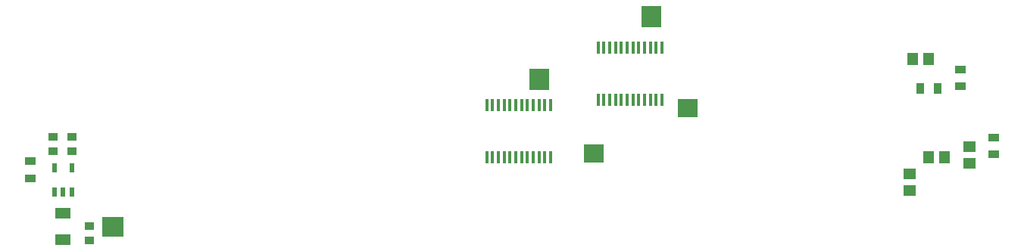
<source format=gbr>
G04 EAGLE Gerber RS-274X export*
G75*
%MOMM*%
%FSLAX34Y34*%
%LPD*%
%INSolderpaste Bottom*%
%IPPOS*%
%AMOC8*
5,1,8,0,0,1.08239X$1,22.5*%
G01*
%ADD10R,0.355600X1.473200*%
%ADD11R,2.235200X2.489200*%
%ADD12R,2.235200X2.057400*%
%ADD13R,1.450000X1.150000*%
%ADD14R,1.150000X1.450000*%
%ADD15R,1.300000X0.900000*%
%ADD16R,0.900000X1.300000*%
%ADD17R,2.489200X2.235200*%
%ADD18R,0.500000X1.005600*%
%ADD19R,1.000000X0.950000*%
%ADD20R,1.800000X1.150000*%


D10*
X799020Y186690D03*
X792520Y186690D03*
X786020Y186690D03*
X779520Y186690D03*
X773020Y186690D03*
X766520Y186690D03*
X760020Y186690D03*
X753520Y186690D03*
X747020Y186690D03*
X740520Y186690D03*
X734020Y186690D03*
X727520Y186690D03*
X727520Y245110D03*
X734020Y245110D03*
X740520Y245110D03*
X747020Y245110D03*
X753520Y245110D03*
X760020Y245110D03*
X766520Y245110D03*
X773020Y245110D03*
X779520Y245110D03*
X786020Y245110D03*
X792520Y245110D03*
X799020Y245110D03*
X674560Y121920D03*
X668060Y121920D03*
X661560Y121920D03*
X655060Y121920D03*
X648560Y121920D03*
X642060Y121920D03*
X635560Y121920D03*
X629060Y121920D03*
X622560Y121920D03*
X616060Y121920D03*
X609560Y121920D03*
X603060Y121920D03*
X603060Y180340D03*
X609560Y180340D03*
X616060Y180340D03*
X622560Y180340D03*
X629060Y180340D03*
X635560Y180340D03*
X642060Y180340D03*
X648560Y180340D03*
X655060Y180340D03*
X661560Y180340D03*
X668060Y180340D03*
X674560Y180340D03*
D11*
X661670Y209550D03*
D12*
X722630Y125857D03*
D11*
X787400Y279400D03*
D12*
X828040Y176657D03*
D13*
X1143000Y115460D03*
X1143000Y133460D03*
D14*
X1097170Y121920D03*
X1115170Y121920D03*
D13*
X1075690Y102980D03*
X1075690Y84980D03*
D15*
X1169670Y125120D03*
X1169670Y144120D03*
D14*
X1079390Y232410D03*
X1097390Y232410D03*
D15*
X1132840Y220320D03*
X1132840Y201320D03*
D16*
X1087780Y199390D03*
X1106780Y199390D03*
D17*
X185420Y44450D03*
D18*
X139040Y82992D03*
X129540Y82992D03*
X120040Y82992D03*
X120040Y110048D03*
X139040Y110048D03*
D19*
X118110Y129160D03*
X118110Y145160D03*
X139700Y129160D03*
X139700Y145160D03*
D20*
X129540Y29450D03*
X129540Y59450D03*
D19*
X158750Y44830D03*
X158750Y28830D03*
D15*
X92710Y98450D03*
X92710Y117450D03*
M02*

</source>
